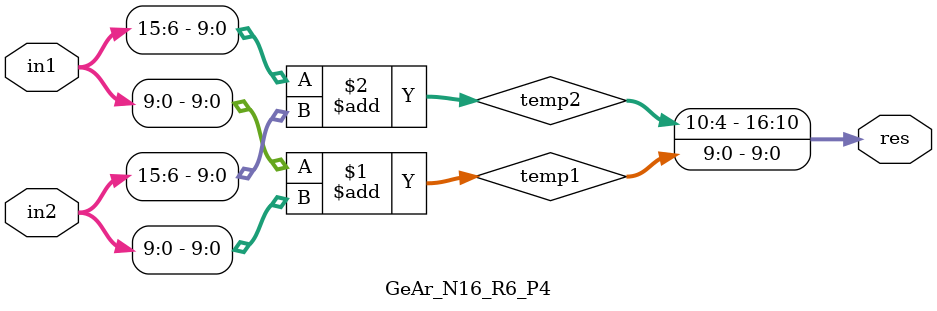
<source format=v>
`timescale 1ns / 1ps
module GeAr_N16_R6_P4(
    input [15:0] in1,
    input [15:0] in2,
    output [16:0] res
    );

wire [10:0] temp1,temp2;

assign temp1[10:0] = in1[9:0] + in2[9:0];
assign temp2[10:0] = in1[15:6] + in2[15:6];

assign res[16:0] = {temp2[10:4],temp1[9:0]};

endmodule


</source>
